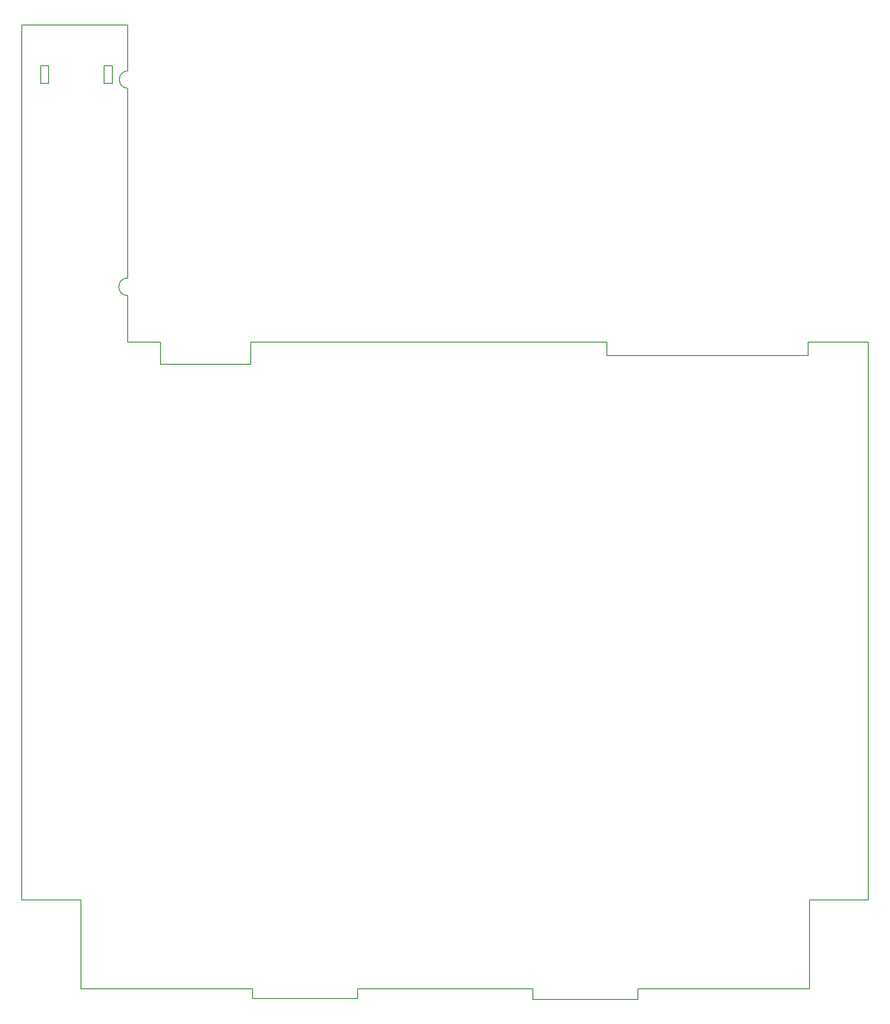
<source format=gbr>
G04 DipTrace 4.1.2.0*
G04 BorderPCB.gbr*
%MOIN*%
G04 #@! TF.FileFunction,Profile*
G04 #@! TF.Part,Single*
%ADD12C,0.005512*%
%FSLAX26Y26*%
G04*
G70*
G90*
G75*
G01*
G04 BoardOutline*
%LPD*%
X0Y6299213D2*
D12*
Y0D1*
X429134D1*
Y-641732D1*
X1665354D1*
Y-712598D1*
X2421260D1*
Y-641732D1*
X3685039D1*
Y-716535D1*
X4440945D1*
Y-641732D1*
X5677165D1*
Y0D1*
X6102362D1*
Y4015748D1*
X5669291D1*
Y3917323D1*
X4216535D1*
Y4015748D1*
X1649606D1*
Y3854331D1*
X1000000D1*
Y4015748D1*
X763780D1*
Y4350394D1*
G02X763780Y4476378I0J62992D01*
G01*
Y5842520D1*
G02X763780Y5968504I4068J62992D01*
G01*
Y6299213D1*
X0D1*
X594488Y6005906D2*
X653543D1*
Y5879921D1*
X594488D1*
Y6005906D1*
X137795D2*
X192913D1*
Y5879921D1*
X137795D1*
Y6005906D1*
M02*

</source>
